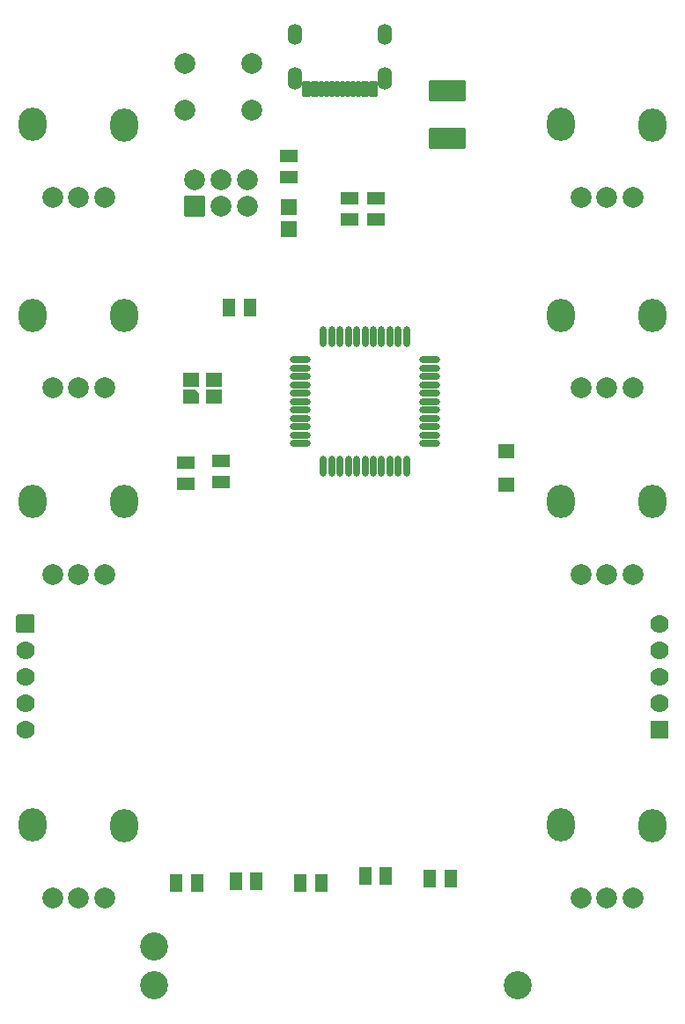
<source format=gts>
G04 Layer: TopSolderMaskLayer*
G04 EasyEDA v6.5.22, 2023-03-28 13:18:53*
G04 9d449dd0c0e0408fbd9c808f7c3628e3,f128b93731b54af8bf61243348d08170,10*
G04 Gerber Generator version 0.2*
G04 Scale: 100 percent, Rotated: No, Reflected: No *
G04 Dimensions in inches *
G04 leading zeros omitted , absolute positions ,3 integer and 6 decimal *
%FSLAX36Y36*%
%MOIN*%

%AMMACRO1*1,1,$1,$2,$3*1,1,$1,$4,$5*1,1,$1,0-$2,0-$3*1,1,$1,0-$4,0-$5*20,1,$1,$2,$3,$4,$5,0*20,1,$1,$4,$5,0-$2,0-$3,0*20,1,$1,0-$2,0-$3,0-$4,0-$5,0*20,1,$1,0-$4,0-$5,$2,$3,0*4,1,4,$2,$3,$4,$5,0-$2,0-$3,0-$4,0-$5,$2,$3,0*%
%AMMACRO2*4,1,38,-0.0275,-0.0266,-0.0287,-0.0264,-0.0299,-0.0258,-0.0307,-0.025,-0.0313,-0.0238,-0.0315,-0.0226,-0.0316,-0.0226,-0.0316,0.0226,-0.0315,0.0226,-0.0313,0.0238,-0.0307,0.025,-0.0299,0.0258,-0.0287,0.0264,-0.0275,0.0266,-0.0276,0.0266,0.0133,0.0266,0.0139,0.0265,0.0146,0.0264,0.0152,0.0261,0.0157,0.0258,0.0162,0.0254,0.0162,0.0254,0.0304,0.0105,0.0305,0.0105,0.0309,0.01,0.0312,0.0095,0.0316,0.0083,0.0316,0.0077,0.0315,0.0077,0.0315,-0.0226,0.0316,-0.0226,0.0314,-0.0238,0.0308,-0.025,0.03,-0.0258,0.0288,-0.0264,0.0276,-0.0266,0.0275,-0.0266,-0.0276,-0.0266,-0.0275,-0.0266,0*%
%ADD10MACRO1,0.008X-0.065X-0.035X-0.065X0.035*%
%ADD11O,0.027685X0.07886599999999999*%
%ADD12O,0.07886599999999999X0.027685*%
%ADD13MACRO1,0.008X-0.0197X0.0305X0.0197X0.0305*%
%ADD14MACRO1,0.008X-0.0305X-0.0197X-0.0305X0.0197*%
%ADD15MACRO1,0.008X-0.0354X0.0354X0.0354X0.0354*%
%ADD16C,0.0789*%
%ADD17MACRO1,0.008X0.0276X0.0256X0.0276X-0.0256*%
%ADD18C,0.1064*%
%ADD19MACRO1,0.008X-0.0276X0.0226X0.0276X0.0226*%
%ADD20MACRO2*%
%ADD21MACRO1,0.008X0.0197X-0.0305X-0.0197X-0.0305*%
%ADD22MACRO1,0.008X0.0059X-0.0256X-0.0059X-0.0256*%
%ADD23O,0.055244X0.07886599999999999*%
%ADD24O,0.055244X0.08674*%
%ADD25C,0.0700*%
%ADD26R,0.0700X0.0700*%
%ADD27MACRO1,0.008X0.031X0.031X0.031X-0.031*%
%ADD28O,0.106425X0.12611*%
%ADD29MACRO1,0.008X0.0305X0.0197X0.0305X-0.0197*%
%ADD30MACRO1,0.008X-0.0276X-0.0236X-0.0276X0.0236*%

%LPD*%
D10*
G01*
X2695000Y2884255D03*
G01*
X2695000Y3065744D03*
D11*
G01*
X2542479Y2134090D03*
G01*
X2510979Y2134090D03*
G01*
X2479489Y2134090D03*
G01*
X2447990Y2134090D03*
G01*
X2416499Y2134090D03*
G01*
X2385000Y2134090D03*
G01*
X2353500Y2134090D03*
G01*
X2322010Y2134090D03*
G01*
X2290510Y2134090D03*
G01*
X2259020Y2134090D03*
G01*
X2227520Y2134090D03*
D12*
G01*
X2140910Y2047480D03*
G01*
X2140910Y2015979D03*
G01*
X2140910Y1984490D03*
G01*
X2140910Y1952989D03*
G01*
X2140910Y1921500D03*
G01*
X2140910Y1890000D03*
G01*
X2140910Y1858499D03*
G01*
X2140910Y1827010D03*
G01*
X2140910Y1795509D03*
G01*
X2140910Y1764020D03*
G01*
X2140910Y1732519D03*
D11*
G01*
X2227520Y1645909D03*
G01*
X2259020Y1645909D03*
G01*
X2290510Y1645909D03*
G01*
X2322010Y1645909D03*
G01*
X2353500Y1645909D03*
G01*
X2385000Y1645909D03*
G01*
X2416499Y1645909D03*
G01*
X2447990Y1645909D03*
G01*
X2479489Y1645909D03*
G01*
X2510979Y1645909D03*
G01*
X2542479Y1645909D03*
D12*
G01*
X2629089Y1732519D03*
G01*
X2629089Y1764020D03*
G01*
X2629089Y1795509D03*
G01*
X2629089Y1827010D03*
G01*
X2629089Y1858499D03*
G01*
X2629089Y1890000D03*
G01*
X2629089Y1921500D03*
G01*
X2629089Y1952989D03*
G01*
X2629089Y1984490D03*
G01*
X2629089Y2015979D03*
G01*
X2629089Y2047480D03*
D13*
G01*
X2385630Y95000D03*
G01*
X2464369Y95000D03*
G01*
X2140630Y70000D03*
G01*
X2219369Y70000D03*
G01*
X2630630Y85000D03*
G01*
X2709369Y85000D03*
G01*
X1670630Y70000D03*
G01*
X1749369Y70000D03*
D14*
G01*
X2095000Y2819369D03*
G01*
X2095000Y2740630D03*
D15*
G01*
X1740000Y2630000D03*
D16*
G01*
X1740000Y2730000D03*
G01*
X1840000Y2630000D03*
G01*
X1840000Y2730000D03*
G01*
X1940000Y2630000D03*
G01*
X1940000Y2730000D03*
D17*
G01*
X2095000Y2626350D03*
G01*
X2095000Y2543650D03*
D18*
G01*
X1586019Y-318820D03*
G01*
X1586019Y-171179D03*
G01*
X2963980Y-318820D03*
D16*
G01*
X1702049Y3168580D03*
G01*
X1957950Y3168580D03*
G01*
X1702049Y2991419D03*
G01*
X1957950Y2991419D03*
D19*
G01*
X1813306Y1971503D03*
D20*
G01*
X1726673Y1908502D03*
D19*
G01*
X1726685Y1971503D03*
G01*
X1813306Y1908502D03*
D21*
G01*
X1870630Y2245000D03*
G01*
X1949369Y2245000D03*
D22*
G01*
X2421889Y3071720D03*
G01*
X2410079Y3071720D03*
G01*
X2390389Y3071720D03*
G01*
X2378579Y3071720D03*
G01*
X2358899Y3071682D03*
G01*
X2339209Y3071721D03*
G01*
X2319529Y3071720D03*
G01*
X2299839Y3071721D03*
G01*
X2280159Y3071720D03*
G01*
X2260469Y3071721D03*
G01*
X2240799Y3071682D03*
G01*
X2221099Y3071721D03*
G01*
X2201419Y3071719D03*
G01*
X2189599Y3071719D03*
G01*
X2169919Y3071721D03*
G01*
X2158109Y3071721D03*
D23*
G01*
X2460079Y3278310D03*
G01*
X2119920Y3278310D03*
D24*
G01*
X2119920Y3113739D03*
G01*
X2460079Y3113739D03*
D25*
G01*
X3500000Y1050000D03*
G01*
X3500000Y950000D03*
G01*
X3500000Y850000D03*
G01*
X3500000Y750000D03*
D26*
G01*
X3500000Y650000D03*
D25*
G01*
X1100000Y650000D03*
G01*
X1100000Y750000D03*
G01*
X1100000Y850000D03*
G01*
X1100000Y950000D03*
D27*
G01*
X1100000Y1050000D03*
D13*
G01*
X1895630Y75000D03*
G01*
X1974369Y75000D03*
D28*
G01*
X1473230Y2937199D03*
G01*
X1126779Y2937790D03*
D16*
G01*
X1398419Y2662199D03*
G01*
X1300010Y2662199D03*
G01*
X1201580Y2662199D03*
D28*
G01*
X1473230Y2215949D03*
G01*
X1126779Y2216540D03*
D16*
G01*
X1398419Y1940949D03*
G01*
X1300010Y1940949D03*
G01*
X1201580Y1940949D03*
D28*
G01*
X1473230Y1512199D03*
G01*
X1126779Y1512790D03*
D16*
G01*
X1398419Y1237199D03*
G01*
X1300010Y1237199D03*
G01*
X1201580Y1237199D03*
D28*
G01*
X1473230Y287199D03*
G01*
X1126779Y287789D03*
D16*
G01*
X1398419Y12199D03*
G01*
X1300010Y12199D03*
G01*
X1201580Y12199D03*
D28*
G01*
X3473230Y2937199D03*
G01*
X3126779Y2937790D03*
D16*
G01*
X3398429Y2662199D03*
G01*
X3300010Y2662199D03*
G01*
X3201580Y2662199D03*
D28*
G01*
X3473230Y2215949D03*
G01*
X3126779Y2216540D03*
D16*
G01*
X3398429Y1940949D03*
G01*
X3300010Y1940949D03*
G01*
X3201580Y1940949D03*
D28*
G01*
X3473230Y1512199D03*
G01*
X3126779Y1512790D03*
D16*
G01*
X3398429Y1237199D03*
G01*
X3300010Y1237199D03*
G01*
X3201580Y1237199D03*
D28*
G01*
X3473230Y287199D03*
G01*
X3126779Y287789D03*
D16*
G01*
X3398429Y12199D03*
G01*
X3300010Y12199D03*
G01*
X3201580Y12199D03*
D29*
G01*
X2325000Y2580630D03*
G01*
X2325000Y2659369D03*
G01*
X2425000Y2580630D03*
G01*
X2425000Y2659369D03*
D14*
G01*
X1705000Y1580630D03*
G01*
X1705000Y1659369D03*
G01*
X1840000Y1585630D03*
G01*
X1840000Y1664369D03*
D30*
G01*
X2920000Y1577004D03*
G01*
X2920000Y1702995D03*
M02*

</source>
